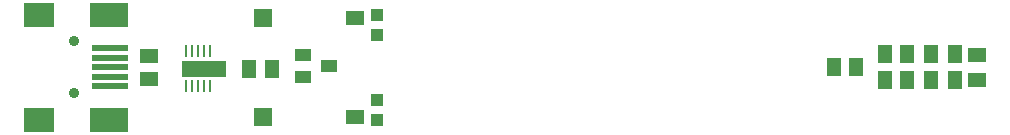
<source format=gts>
%FSLAX34Y34*%
G04 Gerber Fmt 3.4, Leading zero omitted, Abs format*
G04 (created by PCBNEW (2014-02-28 BZR 4729)-product) date Mon 03 Mar 2014 11:35:53 AM CET*
%MOIN*%
G01*
G70*
G90*
G04 APERTURE LIST*
%ADD10C,0.005906*%
%ADD11R,0.055100X0.039300*%
%ADD12R,0.051100X0.059000*%
%ADD13R,0.059055X0.047244*%
%ADD14R,0.059055X0.059055*%
%ADD15R,0.009843X0.039370*%
%ADD16R,0.145669X0.055118*%
%ADD17R,0.059000X0.051100*%
%ADD18R,0.047244X0.059055*%
%ADD19R,0.043300X0.039300*%
%ADD20R,0.122000X0.019700*%
%ADD21R,0.098400X0.078700*%
%ADD22R,0.129900X0.078700*%
%ADD23C,0.035400*%
G04 APERTURE END LIST*
G54D10*
G54D11*
X20787Y-42303D03*
X20787Y-43051D03*
X21653Y-42677D03*
G54D12*
X38484Y-42716D03*
X39232Y-42716D03*
X40925Y-42283D03*
X40177Y-42283D03*
X40925Y-43149D03*
X40177Y-43149D03*
G54D13*
X22519Y-41062D03*
G54D14*
X19448Y-41062D03*
G54D13*
X22519Y-44370D03*
G54D14*
X19448Y-44370D03*
G54D15*
X16889Y-43346D03*
X17086Y-43346D03*
X17283Y-43346D03*
X17480Y-43346D03*
X17677Y-43346D03*
X17677Y-42165D03*
X17480Y-42165D03*
X17283Y-42165D03*
X17086Y-42165D03*
X16889Y-42165D03*
G54D16*
X17480Y-42755D03*
G54D17*
X15669Y-42342D03*
X15669Y-43090D03*
G54D18*
X42538Y-42283D03*
X41712Y-42283D03*
G54D13*
X43267Y-43129D03*
X43267Y-42303D03*
G54D18*
X42538Y-43149D03*
X41712Y-43149D03*
G54D12*
X18996Y-42755D03*
X19744Y-42755D03*
G54D19*
X23267Y-44467D03*
X23267Y-43799D03*
X23267Y-40965D03*
X23267Y-41633D03*
G54D20*
X14350Y-42087D03*
X14350Y-42402D03*
X14350Y-42717D03*
X14350Y-43032D03*
X14350Y-43347D03*
G54D21*
X11987Y-40965D03*
G54D22*
X14310Y-40965D03*
G54D21*
X11988Y-44470D03*
G54D22*
X14310Y-44469D03*
G54D23*
X13149Y-41851D03*
X13149Y-43583D03*
M02*

</source>
